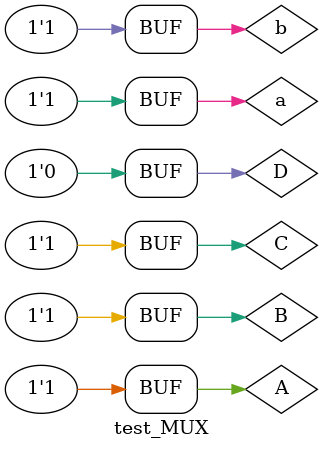
<source format=v>
`timescale 1ns / 1ps
`include "MUX.v"

module test_MUX;
    reg A, B, C, D, a, b;
    wire Q;
    
    initial begin
        $dumpfile("test_MUX.vcd");
        $dumpvars(0, test_MUX);
        
        A = 0; B = 0; C = 0; D = 0; a = 0; b = 0;
        #10 a = 1; b = 0;
        #10 a = 0; b = 1;
        #10 a = 1; b = 1;
        #10 A = 0; B = 1; C = 0; D = 1; a = 0; b = 0;
        #10 a = 1; b = 0;
        #10 a = 0; b = 1;
        #10 a = 1; b = 1;
        #10 A = 1; B = 0; C = 1; D = 0; a = 0; b = 0;
        #10 a = 1; b = 0;
        #10 a = 0; b = 1;
        #10 a = 1; b = 1;
        #10 A = 1; B = 1; C = 0; D = 0; a = 0; b = 0;
        #10 a = 1; b = 0;
        #10 a = 0; b = 1;
        #10 a = 1; b = 1;
        #10 A = 0; B = 0; C = 1; D = 1; a = 0; b = 0;
        #10 a = 1; b = 0;
        #10 a = 0; b = 1;
        #10 a = 1; b = 1;
        #10 A = 0; B = 1; C = 1; D = 0; a = 0; b = 0;
        #10 a = 1; b = 0;
        #10 a = 0; b = 1;
        #10 a = 1; b = 1;
        #10 A = 0; B = 0; C = 1; D = 0; a = 0; b = 0;
        #10 a = 1; b = 0;
        #10 a = 0; b = 1;
        #10 a = 1; b = 1;
        #10 A = 1; B = 1; C = 1; D = 0; a = 0; b = 0;
        #10 a = 1; b = 0;
        #10 a = 0; b = 1;
        #10 a = 1; b = 1;
    end
    
    MUX mux(A, B, C, D, a, b, Q);
endmodule

</source>
